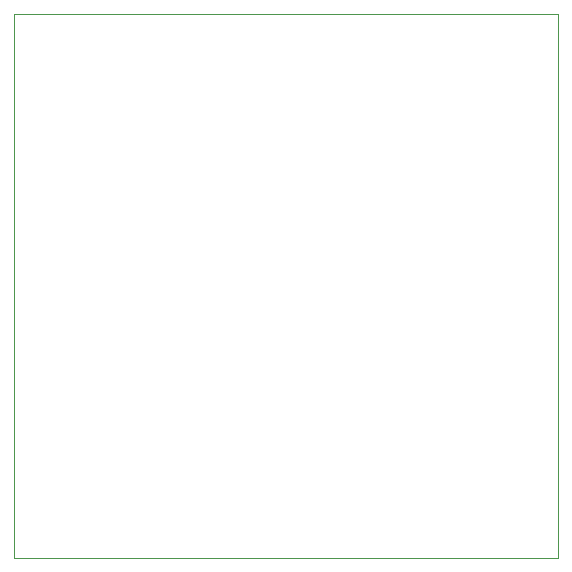
<source format=gko>
G04*
G04 #@! TF.GenerationSoftware,Altium Limited,Altium Designer,20.2.7 (254)*
G04*
G04 Layer_Color=16711935*
%FSLAX44Y44*%
%MOMM*%
G71*
G04*
G04 #@! TF.SameCoordinates,BAD59D02-7682-4231-AD5D-2D7AA58F7FA9*
G04*
G04*
G04 #@! TF.FilePolarity,Positive*
G04*
G01*
G75*
%ADD13C,0.1000*%
D13*
X460000Y0D02*
Y460000D01*
X0D02*
X460000D01*
X0Y0D02*
Y460000D01*
Y0D02*
X460000D01*
M02*

</source>
